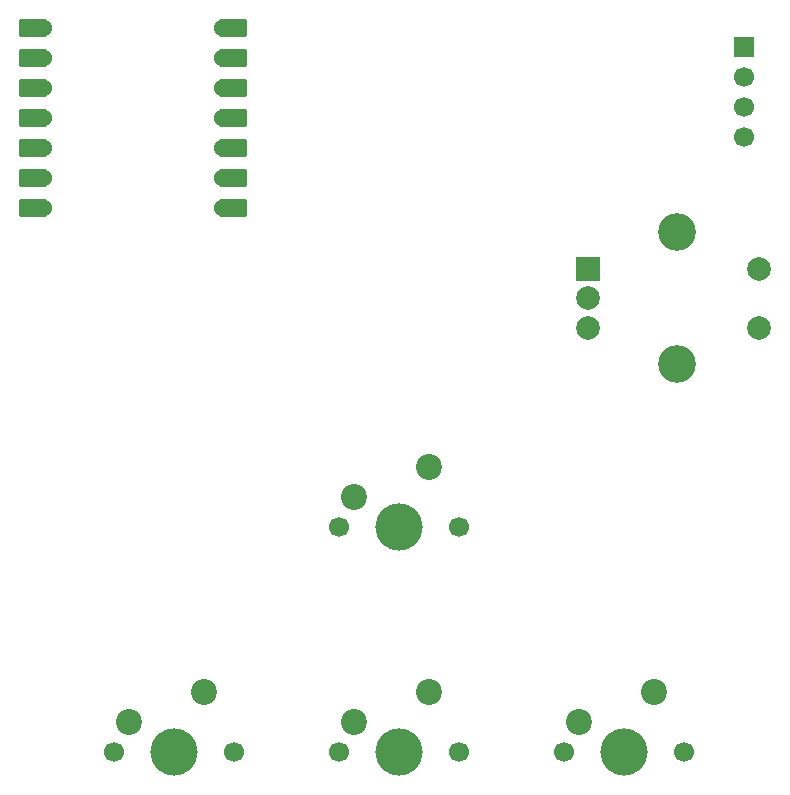
<source format=gbr>
%TF.GenerationSoftware,KiCad,Pcbnew,9.0.7*%
%TF.CreationDate,2026-01-11T18:10:27+01:00*%
%TF.ProjectId,MacroPad,4d616372-6f50-4616-942e-6b696361645f,rev?*%
%TF.SameCoordinates,Original*%
%TF.FileFunction,Soldermask,Top*%
%TF.FilePolarity,Negative*%
%FSLAX46Y46*%
G04 Gerber Fmt 4.6, Leading zero omitted, Abs format (unit mm)*
G04 Created by KiCad (PCBNEW 9.0.7) date 2026-01-11 18:10:27*
%MOMM*%
%LPD*%
G01*
G04 APERTURE LIST*
G04 Aperture macros list*
%AMRoundRect*
0 Rectangle with rounded corners*
0 $1 Rounding radius*
0 $2 $3 $4 $5 $6 $7 $8 $9 X,Y pos of 4 corners*
0 Add a 4 corners polygon primitive as box body*
4,1,4,$2,$3,$4,$5,$6,$7,$8,$9,$2,$3,0*
0 Add four circle primitives for the rounded corners*
1,1,$1+$1,$2,$3*
1,1,$1+$1,$4,$5*
1,1,$1+$1,$6,$7*
1,1,$1+$1,$8,$9*
0 Add four rect primitives between the rounded corners*
20,1,$1+$1,$2,$3,$4,$5,0*
20,1,$1+$1,$4,$5,$6,$7,0*
20,1,$1+$1,$6,$7,$8,$9,0*
20,1,$1+$1,$8,$9,$2,$3,0*%
G04 Aperture macros list end*
%ADD10R,1.700000X1.700000*%
%ADD11C,1.700000*%
%ADD12RoundRect,0.152400X1.063600X0.609600X-1.063600X0.609600X-1.063600X-0.609600X1.063600X-0.609600X0*%
%ADD13C,1.524000*%
%ADD14RoundRect,0.152400X-1.063600X-0.609600X1.063600X-0.609600X1.063600X0.609600X-1.063600X0.609600X0*%
%ADD15R,2.000000X2.000000*%
%ADD16C,2.000000*%
%ADD17C,3.200000*%
%ADD18C,4.000000*%
%ADD19C,2.200000*%
G04 APERTURE END LIST*
D10*
%TO.C,J?*%
X256540000Y-68890000D03*
D11*
X256540000Y-71430000D03*
X256540000Y-73970000D03*
X256540000Y-76510000D03*
%TD*%
D12*
%TO.C,U1*%
X196332500Y-67214250D03*
D13*
X197167500Y-67214250D03*
D12*
X196332500Y-69754250D03*
D13*
X197167500Y-69754250D03*
D12*
X196332500Y-72294250D03*
D13*
X197167500Y-72294250D03*
D12*
X196332500Y-74834250D03*
D13*
X197167500Y-74834250D03*
D12*
X196332500Y-77374250D03*
D13*
X197167500Y-77374250D03*
D12*
X196332500Y-79914250D03*
D13*
X197167500Y-79914250D03*
D12*
X196332500Y-82454250D03*
D13*
X197167500Y-82454250D03*
X212407500Y-82454250D03*
D14*
X213242500Y-82454250D03*
D13*
X212407500Y-79914250D03*
D14*
X213242500Y-79914250D03*
D13*
X212407500Y-77374250D03*
D14*
X213242500Y-77374250D03*
D13*
X212407500Y-74834250D03*
D14*
X213242500Y-74834250D03*
D13*
X212407500Y-72294250D03*
D14*
X213242500Y-72294250D03*
D13*
X212407500Y-69754250D03*
D14*
X213242500Y-69754250D03*
D13*
X212407500Y-67214250D03*
D14*
X213242500Y-67214250D03*
%TD*%
D15*
%TO.C,SW5*%
X243310000Y-87630000D03*
D16*
X243310000Y-92630000D03*
X243310000Y-90130000D03*
D17*
X250810000Y-84530000D03*
X250810000Y-95730000D03*
D16*
X257810000Y-92630000D03*
X257810000Y-87630000D03*
%TD*%
D11*
%TO.C,SW3*%
X222250000Y-109537500D03*
D18*
X227330000Y-109537500D03*
D11*
X232410000Y-109537500D03*
D19*
X229870000Y-104457500D03*
X223520000Y-106997500D03*
%TD*%
D11*
%TO.C,SW4*%
X241300000Y-128587500D03*
D18*
X246380000Y-128587500D03*
D11*
X251460000Y-128587500D03*
D19*
X248920000Y-123507500D03*
X242570000Y-126047500D03*
%TD*%
D11*
%TO.C,SW1*%
X222250000Y-128587500D03*
D18*
X227330000Y-128587500D03*
D11*
X232410000Y-128587500D03*
D19*
X229870000Y-123507500D03*
X223520000Y-126047500D03*
%TD*%
D11*
%TO.C,SW2*%
X203200000Y-128587500D03*
D18*
X208280000Y-128587500D03*
D11*
X213360000Y-128587500D03*
D19*
X210820000Y-123507500D03*
X204470000Y-126047500D03*
%TD*%
M02*

</source>
